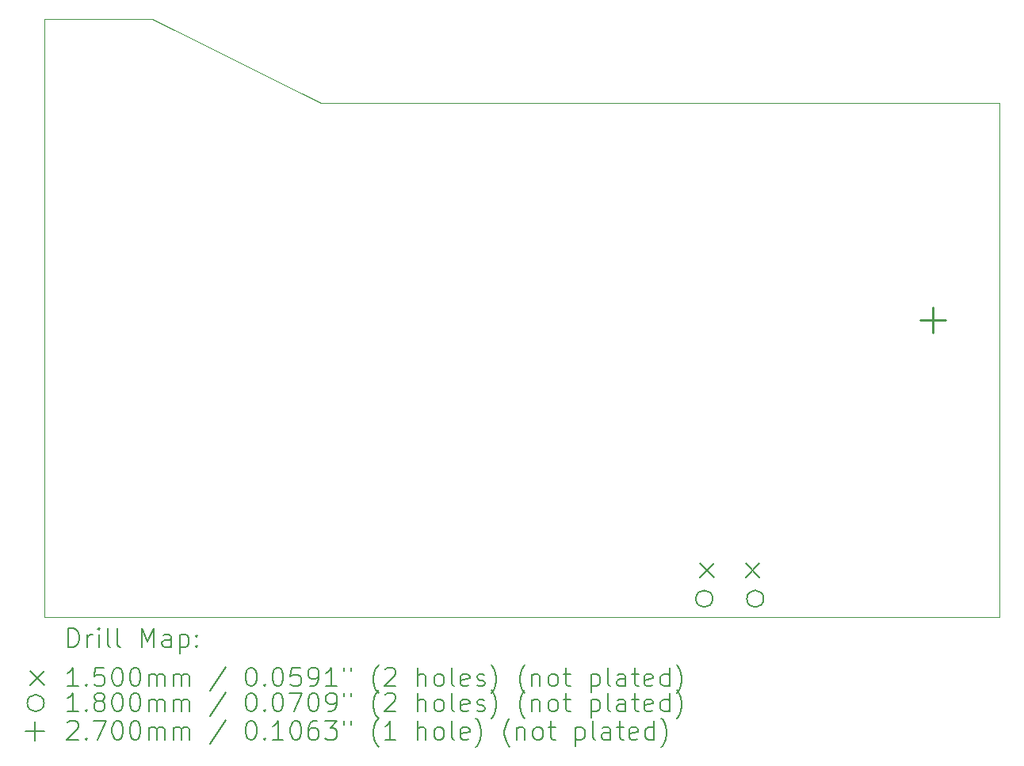
<source format=gbr>
%TF.GenerationSoftware,KiCad,Pcbnew,9.0.3*%
%TF.CreationDate,2025-07-22T08:59:43+01:00*%
%TF.ProjectId,megaflash,6d656761-666c-4617-9368-2e6b69636164,rev?*%
%TF.SameCoordinates,Original*%
%TF.FileFunction,Drillmap*%
%TF.FilePolarity,Positive*%
%FSLAX45Y45*%
G04 Gerber Fmt 4.5, Leading zero omitted, Abs format (unit mm)*
G04 Created by KiCad (PCBNEW 9.0.3) date 2025-07-22 08:59:43*
%MOMM*%
%LPD*%
G01*
G04 APERTURE LIST*
%ADD10C,0.100000*%
%ADD11C,0.200000*%
%ADD12C,0.150000*%
%ADD13C,0.180000*%
%ADD14C,0.270000*%
G04 APERTURE END LIST*
D10*
X6750000Y-11400000D02*
X16950000Y-11400000D01*
X9700000Y-5900000D02*
X7900000Y-5000000D01*
X6750000Y-5000000D02*
X7900000Y-5000000D01*
X16950000Y-5900000D02*
X9700000Y-5900000D01*
X6750000Y-5000000D02*
X6750000Y-11400000D01*
X16950000Y-11400000D02*
X16950000Y-5900000D01*
D11*
D12*
X13752500Y-10822000D02*
X13902500Y-10972000D01*
X13902500Y-10822000D02*
X13752500Y-10972000D01*
X14237500Y-10822000D02*
X14387500Y-10972000D01*
X14387500Y-10822000D02*
X14237500Y-10972000D01*
D13*
X13887500Y-11200000D02*
G75*
G02*
X13707500Y-11200000I-90000J0D01*
G01*
X13707500Y-11200000D02*
G75*
G02*
X13887500Y-11200000I90000J0D01*
G01*
X14432500Y-11200000D02*
G75*
G02*
X14252500Y-11200000I-90000J0D01*
G01*
X14252500Y-11200000D02*
G75*
G02*
X14432500Y-11200000I90000J0D01*
G01*
D14*
X16240000Y-8088250D02*
X16240000Y-8358250D01*
X16105000Y-8223250D02*
X16375000Y-8223250D01*
D11*
X7005777Y-11716484D02*
X7005777Y-11516484D01*
X7005777Y-11516484D02*
X7053396Y-11516484D01*
X7053396Y-11516484D02*
X7081967Y-11526008D01*
X7081967Y-11526008D02*
X7101015Y-11545055D01*
X7101015Y-11545055D02*
X7110539Y-11564103D01*
X7110539Y-11564103D02*
X7120062Y-11602198D01*
X7120062Y-11602198D02*
X7120062Y-11630769D01*
X7120062Y-11630769D02*
X7110539Y-11668865D01*
X7110539Y-11668865D02*
X7101015Y-11687912D01*
X7101015Y-11687912D02*
X7081967Y-11706960D01*
X7081967Y-11706960D02*
X7053396Y-11716484D01*
X7053396Y-11716484D02*
X7005777Y-11716484D01*
X7205777Y-11716484D02*
X7205777Y-11583150D01*
X7205777Y-11621246D02*
X7215301Y-11602198D01*
X7215301Y-11602198D02*
X7224824Y-11592674D01*
X7224824Y-11592674D02*
X7243872Y-11583150D01*
X7243872Y-11583150D02*
X7262920Y-11583150D01*
X7329586Y-11716484D02*
X7329586Y-11583150D01*
X7329586Y-11516484D02*
X7320062Y-11526008D01*
X7320062Y-11526008D02*
X7329586Y-11535531D01*
X7329586Y-11535531D02*
X7339110Y-11526008D01*
X7339110Y-11526008D02*
X7329586Y-11516484D01*
X7329586Y-11516484D02*
X7329586Y-11535531D01*
X7453396Y-11716484D02*
X7434348Y-11706960D01*
X7434348Y-11706960D02*
X7424824Y-11687912D01*
X7424824Y-11687912D02*
X7424824Y-11516484D01*
X7558158Y-11716484D02*
X7539110Y-11706960D01*
X7539110Y-11706960D02*
X7529586Y-11687912D01*
X7529586Y-11687912D02*
X7529586Y-11516484D01*
X7786729Y-11716484D02*
X7786729Y-11516484D01*
X7786729Y-11516484D02*
X7853396Y-11659341D01*
X7853396Y-11659341D02*
X7920062Y-11516484D01*
X7920062Y-11516484D02*
X7920062Y-11716484D01*
X8101015Y-11716484D02*
X8101015Y-11611722D01*
X8101015Y-11611722D02*
X8091491Y-11592674D01*
X8091491Y-11592674D02*
X8072443Y-11583150D01*
X8072443Y-11583150D02*
X8034348Y-11583150D01*
X8034348Y-11583150D02*
X8015301Y-11592674D01*
X8101015Y-11706960D02*
X8081967Y-11716484D01*
X8081967Y-11716484D02*
X8034348Y-11716484D01*
X8034348Y-11716484D02*
X8015301Y-11706960D01*
X8015301Y-11706960D02*
X8005777Y-11687912D01*
X8005777Y-11687912D02*
X8005777Y-11668865D01*
X8005777Y-11668865D02*
X8015301Y-11649817D01*
X8015301Y-11649817D02*
X8034348Y-11640293D01*
X8034348Y-11640293D02*
X8081967Y-11640293D01*
X8081967Y-11640293D02*
X8101015Y-11630769D01*
X8196253Y-11583150D02*
X8196253Y-11783150D01*
X8196253Y-11592674D02*
X8215301Y-11583150D01*
X8215301Y-11583150D02*
X8253396Y-11583150D01*
X8253396Y-11583150D02*
X8272443Y-11592674D01*
X8272443Y-11592674D02*
X8281967Y-11602198D01*
X8281967Y-11602198D02*
X8291491Y-11621246D01*
X8291491Y-11621246D02*
X8291491Y-11678388D01*
X8291491Y-11678388D02*
X8281967Y-11697436D01*
X8281967Y-11697436D02*
X8272443Y-11706960D01*
X8272443Y-11706960D02*
X8253396Y-11716484D01*
X8253396Y-11716484D02*
X8215301Y-11716484D01*
X8215301Y-11716484D02*
X8196253Y-11706960D01*
X8377205Y-11697436D02*
X8386729Y-11706960D01*
X8386729Y-11706960D02*
X8377205Y-11716484D01*
X8377205Y-11716484D02*
X8367682Y-11706960D01*
X8367682Y-11706960D02*
X8377205Y-11697436D01*
X8377205Y-11697436D02*
X8377205Y-11716484D01*
X8377205Y-11592674D02*
X8386729Y-11602198D01*
X8386729Y-11602198D02*
X8377205Y-11611722D01*
X8377205Y-11611722D02*
X8367682Y-11602198D01*
X8367682Y-11602198D02*
X8377205Y-11592674D01*
X8377205Y-11592674D02*
X8377205Y-11611722D01*
D12*
X6595000Y-11970000D02*
X6745000Y-12120000D01*
X6745000Y-11970000D02*
X6595000Y-12120000D01*
D11*
X7110539Y-12136484D02*
X6996253Y-12136484D01*
X7053396Y-12136484D02*
X7053396Y-11936484D01*
X7053396Y-11936484D02*
X7034348Y-11965055D01*
X7034348Y-11965055D02*
X7015301Y-11984103D01*
X7015301Y-11984103D02*
X6996253Y-11993627D01*
X7196253Y-12117436D02*
X7205777Y-12126960D01*
X7205777Y-12126960D02*
X7196253Y-12136484D01*
X7196253Y-12136484D02*
X7186729Y-12126960D01*
X7186729Y-12126960D02*
X7196253Y-12117436D01*
X7196253Y-12117436D02*
X7196253Y-12136484D01*
X7386729Y-11936484D02*
X7291491Y-11936484D01*
X7291491Y-11936484D02*
X7281967Y-12031722D01*
X7281967Y-12031722D02*
X7291491Y-12022198D01*
X7291491Y-12022198D02*
X7310539Y-12012674D01*
X7310539Y-12012674D02*
X7358158Y-12012674D01*
X7358158Y-12012674D02*
X7377205Y-12022198D01*
X7377205Y-12022198D02*
X7386729Y-12031722D01*
X7386729Y-12031722D02*
X7396253Y-12050769D01*
X7396253Y-12050769D02*
X7396253Y-12098388D01*
X7396253Y-12098388D02*
X7386729Y-12117436D01*
X7386729Y-12117436D02*
X7377205Y-12126960D01*
X7377205Y-12126960D02*
X7358158Y-12136484D01*
X7358158Y-12136484D02*
X7310539Y-12136484D01*
X7310539Y-12136484D02*
X7291491Y-12126960D01*
X7291491Y-12126960D02*
X7281967Y-12117436D01*
X7520062Y-11936484D02*
X7539110Y-11936484D01*
X7539110Y-11936484D02*
X7558158Y-11946008D01*
X7558158Y-11946008D02*
X7567682Y-11955531D01*
X7567682Y-11955531D02*
X7577205Y-11974579D01*
X7577205Y-11974579D02*
X7586729Y-12012674D01*
X7586729Y-12012674D02*
X7586729Y-12060293D01*
X7586729Y-12060293D02*
X7577205Y-12098388D01*
X7577205Y-12098388D02*
X7567682Y-12117436D01*
X7567682Y-12117436D02*
X7558158Y-12126960D01*
X7558158Y-12126960D02*
X7539110Y-12136484D01*
X7539110Y-12136484D02*
X7520062Y-12136484D01*
X7520062Y-12136484D02*
X7501015Y-12126960D01*
X7501015Y-12126960D02*
X7491491Y-12117436D01*
X7491491Y-12117436D02*
X7481967Y-12098388D01*
X7481967Y-12098388D02*
X7472443Y-12060293D01*
X7472443Y-12060293D02*
X7472443Y-12012674D01*
X7472443Y-12012674D02*
X7481967Y-11974579D01*
X7481967Y-11974579D02*
X7491491Y-11955531D01*
X7491491Y-11955531D02*
X7501015Y-11946008D01*
X7501015Y-11946008D02*
X7520062Y-11936484D01*
X7710539Y-11936484D02*
X7729586Y-11936484D01*
X7729586Y-11936484D02*
X7748634Y-11946008D01*
X7748634Y-11946008D02*
X7758158Y-11955531D01*
X7758158Y-11955531D02*
X7767682Y-11974579D01*
X7767682Y-11974579D02*
X7777205Y-12012674D01*
X7777205Y-12012674D02*
X7777205Y-12060293D01*
X7777205Y-12060293D02*
X7767682Y-12098388D01*
X7767682Y-12098388D02*
X7758158Y-12117436D01*
X7758158Y-12117436D02*
X7748634Y-12126960D01*
X7748634Y-12126960D02*
X7729586Y-12136484D01*
X7729586Y-12136484D02*
X7710539Y-12136484D01*
X7710539Y-12136484D02*
X7691491Y-12126960D01*
X7691491Y-12126960D02*
X7681967Y-12117436D01*
X7681967Y-12117436D02*
X7672443Y-12098388D01*
X7672443Y-12098388D02*
X7662920Y-12060293D01*
X7662920Y-12060293D02*
X7662920Y-12012674D01*
X7662920Y-12012674D02*
X7672443Y-11974579D01*
X7672443Y-11974579D02*
X7681967Y-11955531D01*
X7681967Y-11955531D02*
X7691491Y-11946008D01*
X7691491Y-11946008D02*
X7710539Y-11936484D01*
X7862920Y-12136484D02*
X7862920Y-12003150D01*
X7862920Y-12022198D02*
X7872443Y-12012674D01*
X7872443Y-12012674D02*
X7891491Y-12003150D01*
X7891491Y-12003150D02*
X7920063Y-12003150D01*
X7920063Y-12003150D02*
X7939110Y-12012674D01*
X7939110Y-12012674D02*
X7948634Y-12031722D01*
X7948634Y-12031722D02*
X7948634Y-12136484D01*
X7948634Y-12031722D02*
X7958158Y-12012674D01*
X7958158Y-12012674D02*
X7977205Y-12003150D01*
X7977205Y-12003150D02*
X8005777Y-12003150D01*
X8005777Y-12003150D02*
X8024824Y-12012674D01*
X8024824Y-12012674D02*
X8034348Y-12031722D01*
X8034348Y-12031722D02*
X8034348Y-12136484D01*
X8129586Y-12136484D02*
X8129586Y-12003150D01*
X8129586Y-12022198D02*
X8139110Y-12012674D01*
X8139110Y-12012674D02*
X8158158Y-12003150D01*
X8158158Y-12003150D02*
X8186729Y-12003150D01*
X8186729Y-12003150D02*
X8205777Y-12012674D01*
X8205777Y-12012674D02*
X8215301Y-12031722D01*
X8215301Y-12031722D02*
X8215301Y-12136484D01*
X8215301Y-12031722D02*
X8224824Y-12012674D01*
X8224824Y-12012674D02*
X8243872Y-12003150D01*
X8243872Y-12003150D02*
X8272443Y-12003150D01*
X8272443Y-12003150D02*
X8291491Y-12012674D01*
X8291491Y-12012674D02*
X8301015Y-12031722D01*
X8301015Y-12031722D02*
X8301015Y-12136484D01*
X8691491Y-11926960D02*
X8520063Y-12184103D01*
X8948634Y-11936484D02*
X8967682Y-11936484D01*
X8967682Y-11936484D02*
X8986729Y-11946008D01*
X8986729Y-11946008D02*
X8996253Y-11955531D01*
X8996253Y-11955531D02*
X9005777Y-11974579D01*
X9005777Y-11974579D02*
X9015301Y-12012674D01*
X9015301Y-12012674D02*
X9015301Y-12060293D01*
X9015301Y-12060293D02*
X9005777Y-12098388D01*
X9005777Y-12098388D02*
X8996253Y-12117436D01*
X8996253Y-12117436D02*
X8986729Y-12126960D01*
X8986729Y-12126960D02*
X8967682Y-12136484D01*
X8967682Y-12136484D02*
X8948634Y-12136484D01*
X8948634Y-12136484D02*
X8929587Y-12126960D01*
X8929587Y-12126960D02*
X8920063Y-12117436D01*
X8920063Y-12117436D02*
X8910539Y-12098388D01*
X8910539Y-12098388D02*
X8901015Y-12060293D01*
X8901015Y-12060293D02*
X8901015Y-12012674D01*
X8901015Y-12012674D02*
X8910539Y-11974579D01*
X8910539Y-11974579D02*
X8920063Y-11955531D01*
X8920063Y-11955531D02*
X8929587Y-11946008D01*
X8929587Y-11946008D02*
X8948634Y-11936484D01*
X9101015Y-12117436D02*
X9110539Y-12126960D01*
X9110539Y-12126960D02*
X9101015Y-12136484D01*
X9101015Y-12136484D02*
X9091491Y-12126960D01*
X9091491Y-12126960D02*
X9101015Y-12117436D01*
X9101015Y-12117436D02*
X9101015Y-12136484D01*
X9234348Y-11936484D02*
X9253396Y-11936484D01*
X9253396Y-11936484D02*
X9272444Y-11946008D01*
X9272444Y-11946008D02*
X9281968Y-11955531D01*
X9281968Y-11955531D02*
X9291491Y-11974579D01*
X9291491Y-11974579D02*
X9301015Y-12012674D01*
X9301015Y-12012674D02*
X9301015Y-12060293D01*
X9301015Y-12060293D02*
X9291491Y-12098388D01*
X9291491Y-12098388D02*
X9281968Y-12117436D01*
X9281968Y-12117436D02*
X9272444Y-12126960D01*
X9272444Y-12126960D02*
X9253396Y-12136484D01*
X9253396Y-12136484D02*
X9234348Y-12136484D01*
X9234348Y-12136484D02*
X9215301Y-12126960D01*
X9215301Y-12126960D02*
X9205777Y-12117436D01*
X9205777Y-12117436D02*
X9196253Y-12098388D01*
X9196253Y-12098388D02*
X9186729Y-12060293D01*
X9186729Y-12060293D02*
X9186729Y-12012674D01*
X9186729Y-12012674D02*
X9196253Y-11974579D01*
X9196253Y-11974579D02*
X9205777Y-11955531D01*
X9205777Y-11955531D02*
X9215301Y-11946008D01*
X9215301Y-11946008D02*
X9234348Y-11936484D01*
X9481968Y-11936484D02*
X9386729Y-11936484D01*
X9386729Y-11936484D02*
X9377206Y-12031722D01*
X9377206Y-12031722D02*
X9386729Y-12022198D01*
X9386729Y-12022198D02*
X9405777Y-12012674D01*
X9405777Y-12012674D02*
X9453396Y-12012674D01*
X9453396Y-12012674D02*
X9472444Y-12022198D01*
X9472444Y-12022198D02*
X9481968Y-12031722D01*
X9481968Y-12031722D02*
X9491491Y-12050769D01*
X9491491Y-12050769D02*
X9491491Y-12098388D01*
X9491491Y-12098388D02*
X9481968Y-12117436D01*
X9481968Y-12117436D02*
X9472444Y-12126960D01*
X9472444Y-12126960D02*
X9453396Y-12136484D01*
X9453396Y-12136484D02*
X9405777Y-12136484D01*
X9405777Y-12136484D02*
X9386729Y-12126960D01*
X9386729Y-12126960D02*
X9377206Y-12117436D01*
X9586729Y-12136484D02*
X9624825Y-12136484D01*
X9624825Y-12136484D02*
X9643872Y-12126960D01*
X9643872Y-12126960D02*
X9653396Y-12117436D01*
X9653396Y-12117436D02*
X9672444Y-12088865D01*
X9672444Y-12088865D02*
X9681968Y-12050769D01*
X9681968Y-12050769D02*
X9681968Y-11974579D01*
X9681968Y-11974579D02*
X9672444Y-11955531D01*
X9672444Y-11955531D02*
X9662920Y-11946008D01*
X9662920Y-11946008D02*
X9643872Y-11936484D01*
X9643872Y-11936484D02*
X9605777Y-11936484D01*
X9605777Y-11936484D02*
X9586729Y-11946008D01*
X9586729Y-11946008D02*
X9577206Y-11955531D01*
X9577206Y-11955531D02*
X9567682Y-11974579D01*
X9567682Y-11974579D02*
X9567682Y-12022198D01*
X9567682Y-12022198D02*
X9577206Y-12041246D01*
X9577206Y-12041246D02*
X9586729Y-12050769D01*
X9586729Y-12050769D02*
X9605777Y-12060293D01*
X9605777Y-12060293D02*
X9643872Y-12060293D01*
X9643872Y-12060293D02*
X9662920Y-12050769D01*
X9662920Y-12050769D02*
X9672444Y-12041246D01*
X9672444Y-12041246D02*
X9681968Y-12022198D01*
X9872444Y-12136484D02*
X9758158Y-12136484D01*
X9815301Y-12136484D02*
X9815301Y-11936484D01*
X9815301Y-11936484D02*
X9796253Y-11965055D01*
X9796253Y-11965055D02*
X9777206Y-11984103D01*
X9777206Y-11984103D02*
X9758158Y-11993627D01*
X9948634Y-11936484D02*
X9948634Y-11974579D01*
X10024825Y-11936484D02*
X10024825Y-11974579D01*
X10320063Y-12212674D02*
X10310539Y-12203150D01*
X10310539Y-12203150D02*
X10291491Y-12174579D01*
X10291491Y-12174579D02*
X10281968Y-12155531D01*
X10281968Y-12155531D02*
X10272444Y-12126960D01*
X10272444Y-12126960D02*
X10262920Y-12079341D01*
X10262920Y-12079341D02*
X10262920Y-12041246D01*
X10262920Y-12041246D02*
X10272444Y-11993627D01*
X10272444Y-11993627D02*
X10281968Y-11965055D01*
X10281968Y-11965055D02*
X10291491Y-11946008D01*
X10291491Y-11946008D02*
X10310539Y-11917436D01*
X10310539Y-11917436D02*
X10320063Y-11907912D01*
X10386730Y-11955531D02*
X10396253Y-11946008D01*
X10396253Y-11946008D02*
X10415301Y-11936484D01*
X10415301Y-11936484D02*
X10462920Y-11936484D01*
X10462920Y-11936484D02*
X10481968Y-11946008D01*
X10481968Y-11946008D02*
X10491491Y-11955531D01*
X10491491Y-11955531D02*
X10501015Y-11974579D01*
X10501015Y-11974579D02*
X10501015Y-11993627D01*
X10501015Y-11993627D02*
X10491491Y-12022198D01*
X10491491Y-12022198D02*
X10377206Y-12136484D01*
X10377206Y-12136484D02*
X10501015Y-12136484D01*
X10739111Y-12136484D02*
X10739111Y-11936484D01*
X10824825Y-12136484D02*
X10824825Y-12031722D01*
X10824825Y-12031722D02*
X10815301Y-12012674D01*
X10815301Y-12012674D02*
X10796253Y-12003150D01*
X10796253Y-12003150D02*
X10767682Y-12003150D01*
X10767682Y-12003150D02*
X10748634Y-12012674D01*
X10748634Y-12012674D02*
X10739111Y-12022198D01*
X10948634Y-12136484D02*
X10929587Y-12126960D01*
X10929587Y-12126960D02*
X10920063Y-12117436D01*
X10920063Y-12117436D02*
X10910539Y-12098388D01*
X10910539Y-12098388D02*
X10910539Y-12041246D01*
X10910539Y-12041246D02*
X10920063Y-12022198D01*
X10920063Y-12022198D02*
X10929587Y-12012674D01*
X10929587Y-12012674D02*
X10948634Y-12003150D01*
X10948634Y-12003150D02*
X10977206Y-12003150D01*
X10977206Y-12003150D02*
X10996253Y-12012674D01*
X10996253Y-12012674D02*
X11005777Y-12022198D01*
X11005777Y-12022198D02*
X11015301Y-12041246D01*
X11015301Y-12041246D02*
X11015301Y-12098388D01*
X11015301Y-12098388D02*
X11005777Y-12117436D01*
X11005777Y-12117436D02*
X10996253Y-12126960D01*
X10996253Y-12126960D02*
X10977206Y-12136484D01*
X10977206Y-12136484D02*
X10948634Y-12136484D01*
X11129587Y-12136484D02*
X11110539Y-12126960D01*
X11110539Y-12126960D02*
X11101015Y-12107912D01*
X11101015Y-12107912D02*
X11101015Y-11936484D01*
X11281968Y-12126960D02*
X11262920Y-12136484D01*
X11262920Y-12136484D02*
X11224825Y-12136484D01*
X11224825Y-12136484D02*
X11205777Y-12126960D01*
X11205777Y-12126960D02*
X11196253Y-12107912D01*
X11196253Y-12107912D02*
X11196253Y-12031722D01*
X11196253Y-12031722D02*
X11205777Y-12012674D01*
X11205777Y-12012674D02*
X11224825Y-12003150D01*
X11224825Y-12003150D02*
X11262920Y-12003150D01*
X11262920Y-12003150D02*
X11281968Y-12012674D01*
X11281968Y-12012674D02*
X11291491Y-12031722D01*
X11291491Y-12031722D02*
X11291491Y-12050769D01*
X11291491Y-12050769D02*
X11196253Y-12069817D01*
X11367682Y-12126960D02*
X11386730Y-12136484D01*
X11386730Y-12136484D02*
X11424825Y-12136484D01*
X11424825Y-12136484D02*
X11443872Y-12126960D01*
X11443872Y-12126960D02*
X11453396Y-12107912D01*
X11453396Y-12107912D02*
X11453396Y-12098388D01*
X11453396Y-12098388D02*
X11443872Y-12079341D01*
X11443872Y-12079341D02*
X11424825Y-12069817D01*
X11424825Y-12069817D02*
X11396253Y-12069817D01*
X11396253Y-12069817D02*
X11377206Y-12060293D01*
X11377206Y-12060293D02*
X11367682Y-12041246D01*
X11367682Y-12041246D02*
X11367682Y-12031722D01*
X11367682Y-12031722D02*
X11377206Y-12012674D01*
X11377206Y-12012674D02*
X11396253Y-12003150D01*
X11396253Y-12003150D02*
X11424825Y-12003150D01*
X11424825Y-12003150D02*
X11443872Y-12012674D01*
X11520063Y-12212674D02*
X11529587Y-12203150D01*
X11529587Y-12203150D02*
X11548634Y-12174579D01*
X11548634Y-12174579D02*
X11558158Y-12155531D01*
X11558158Y-12155531D02*
X11567682Y-12126960D01*
X11567682Y-12126960D02*
X11577206Y-12079341D01*
X11577206Y-12079341D02*
X11577206Y-12041246D01*
X11577206Y-12041246D02*
X11567682Y-11993627D01*
X11567682Y-11993627D02*
X11558158Y-11965055D01*
X11558158Y-11965055D02*
X11548634Y-11946008D01*
X11548634Y-11946008D02*
X11529587Y-11917436D01*
X11529587Y-11917436D02*
X11520063Y-11907912D01*
X11881968Y-12212674D02*
X11872444Y-12203150D01*
X11872444Y-12203150D02*
X11853396Y-12174579D01*
X11853396Y-12174579D02*
X11843872Y-12155531D01*
X11843872Y-12155531D02*
X11834349Y-12126960D01*
X11834349Y-12126960D02*
X11824825Y-12079341D01*
X11824825Y-12079341D02*
X11824825Y-12041246D01*
X11824825Y-12041246D02*
X11834349Y-11993627D01*
X11834349Y-11993627D02*
X11843872Y-11965055D01*
X11843872Y-11965055D02*
X11853396Y-11946008D01*
X11853396Y-11946008D02*
X11872444Y-11917436D01*
X11872444Y-11917436D02*
X11881968Y-11907912D01*
X11958158Y-12003150D02*
X11958158Y-12136484D01*
X11958158Y-12022198D02*
X11967682Y-12012674D01*
X11967682Y-12012674D02*
X11986730Y-12003150D01*
X11986730Y-12003150D02*
X12015301Y-12003150D01*
X12015301Y-12003150D02*
X12034349Y-12012674D01*
X12034349Y-12012674D02*
X12043872Y-12031722D01*
X12043872Y-12031722D02*
X12043872Y-12136484D01*
X12167682Y-12136484D02*
X12148634Y-12126960D01*
X12148634Y-12126960D02*
X12139111Y-12117436D01*
X12139111Y-12117436D02*
X12129587Y-12098388D01*
X12129587Y-12098388D02*
X12129587Y-12041246D01*
X12129587Y-12041246D02*
X12139111Y-12022198D01*
X12139111Y-12022198D02*
X12148634Y-12012674D01*
X12148634Y-12012674D02*
X12167682Y-12003150D01*
X12167682Y-12003150D02*
X12196253Y-12003150D01*
X12196253Y-12003150D02*
X12215301Y-12012674D01*
X12215301Y-12012674D02*
X12224825Y-12022198D01*
X12224825Y-12022198D02*
X12234349Y-12041246D01*
X12234349Y-12041246D02*
X12234349Y-12098388D01*
X12234349Y-12098388D02*
X12224825Y-12117436D01*
X12224825Y-12117436D02*
X12215301Y-12126960D01*
X12215301Y-12126960D02*
X12196253Y-12136484D01*
X12196253Y-12136484D02*
X12167682Y-12136484D01*
X12291492Y-12003150D02*
X12367682Y-12003150D01*
X12320063Y-11936484D02*
X12320063Y-12107912D01*
X12320063Y-12107912D02*
X12329587Y-12126960D01*
X12329587Y-12126960D02*
X12348634Y-12136484D01*
X12348634Y-12136484D02*
X12367682Y-12136484D01*
X12586730Y-12003150D02*
X12586730Y-12203150D01*
X12586730Y-12012674D02*
X12605777Y-12003150D01*
X12605777Y-12003150D02*
X12643873Y-12003150D01*
X12643873Y-12003150D02*
X12662920Y-12012674D01*
X12662920Y-12012674D02*
X12672444Y-12022198D01*
X12672444Y-12022198D02*
X12681968Y-12041246D01*
X12681968Y-12041246D02*
X12681968Y-12098388D01*
X12681968Y-12098388D02*
X12672444Y-12117436D01*
X12672444Y-12117436D02*
X12662920Y-12126960D01*
X12662920Y-12126960D02*
X12643873Y-12136484D01*
X12643873Y-12136484D02*
X12605777Y-12136484D01*
X12605777Y-12136484D02*
X12586730Y-12126960D01*
X12796253Y-12136484D02*
X12777206Y-12126960D01*
X12777206Y-12126960D02*
X12767682Y-12107912D01*
X12767682Y-12107912D02*
X12767682Y-11936484D01*
X12958158Y-12136484D02*
X12958158Y-12031722D01*
X12958158Y-12031722D02*
X12948634Y-12012674D01*
X12948634Y-12012674D02*
X12929587Y-12003150D01*
X12929587Y-12003150D02*
X12891492Y-12003150D01*
X12891492Y-12003150D02*
X12872444Y-12012674D01*
X12958158Y-12126960D02*
X12939111Y-12136484D01*
X12939111Y-12136484D02*
X12891492Y-12136484D01*
X12891492Y-12136484D02*
X12872444Y-12126960D01*
X12872444Y-12126960D02*
X12862920Y-12107912D01*
X12862920Y-12107912D02*
X12862920Y-12088865D01*
X12862920Y-12088865D02*
X12872444Y-12069817D01*
X12872444Y-12069817D02*
X12891492Y-12060293D01*
X12891492Y-12060293D02*
X12939111Y-12060293D01*
X12939111Y-12060293D02*
X12958158Y-12050769D01*
X13024825Y-12003150D02*
X13101015Y-12003150D01*
X13053396Y-11936484D02*
X13053396Y-12107912D01*
X13053396Y-12107912D02*
X13062920Y-12126960D01*
X13062920Y-12126960D02*
X13081968Y-12136484D01*
X13081968Y-12136484D02*
X13101015Y-12136484D01*
X13243873Y-12126960D02*
X13224825Y-12136484D01*
X13224825Y-12136484D02*
X13186730Y-12136484D01*
X13186730Y-12136484D02*
X13167682Y-12126960D01*
X13167682Y-12126960D02*
X13158158Y-12107912D01*
X13158158Y-12107912D02*
X13158158Y-12031722D01*
X13158158Y-12031722D02*
X13167682Y-12012674D01*
X13167682Y-12012674D02*
X13186730Y-12003150D01*
X13186730Y-12003150D02*
X13224825Y-12003150D01*
X13224825Y-12003150D02*
X13243873Y-12012674D01*
X13243873Y-12012674D02*
X13253396Y-12031722D01*
X13253396Y-12031722D02*
X13253396Y-12050769D01*
X13253396Y-12050769D02*
X13158158Y-12069817D01*
X13424825Y-12136484D02*
X13424825Y-11936484D01*
X13424825Y-12126960D02*
X13405777Y-12136484D01*
X13405777Y-12136484D02*
X13367682Y-12136484D01*
X13367682Y-12136484D02*
X13348634Y-12126960D01*
X13348634Y-12126960D02*
X13339111Y-12117436D01*
X13339111Y-12117436D02*
X13329587Y-12098388D01*
X13329587Y-12098388D02*
X13329587Y-12041246D01*
X13329587Y-12041246D02*
X13339111Y-12022198D01*
X13339111Y-12022198D02*
X13348634Y-12012674D01*
X13348634Y-12012674D02*
X13367682Y-12003150D01*
X13367682Y-12003150D02*
X13405777Y-12003150D01*
X13405777Y-12003150D02*
X13424825Y-12012674D01*
X13501015Y-12212674D02*
X13510539Y-12203150D01*
X13510539Y-12203150D02*
X13529587Y-12174579D01*
X13529587Y-12174579D02*
X13539111Y-12155531D01*
X13539111Y-12155531D02*
X13548634Y-12126960D01*
X13548634Y-12126960D02*
X13558158Y-12079341D01*
X13558158Y-12079341D02*
X13558158Y-12041246D01*
X13558158Y-12041246D02*
X13548634Y-11993627D01*
X13548634Y-11993627D02*
X13539111Y-11965055D01*
X13539111Y-11965055D02*
X13529587Y-11946008D01*
X13529587Y-11946008D02*
X13510539Y-11917436D01*
X13510539Y-11917436D02*
X13501015Y-11907912D01*
D13*
X6745000Y-12315000D02*
G75*
G02*
X6565000Y-12315000I-90000J0D01*
G01*
X6565000Y-12315000D02*
G75*
G02*
X6745000Y-12315000I90000J0D01*
G01*
D11*
X7110539Y-12406484D02*
X6996253Y-12406484D01*
X7053396Y-12406484D02*
X7053396Y-12206484D01*
X7053396Y-12206484D02*
X7034348Y-12235055D01*
X7034348Y-12235055D02*
X7015301Y-12254103D01*
X7015301Y-12254103D02*
X6996253Y-12263627D01*
X7196253Y-12387436D02*
X7205777Y-12396960D01*
X7205777Y-12396960D02*
X7196253Y-12406484D01*
X7196253Y-12406484D02*
X7186729Y-12396960D01*
X7186729Y-12396960D02*
X7196253Y-12387436D01*
X7196253Y-12387436D02*
X7196253Y-12406484D01*
X7320062Y-12292198D02*
X7301015Y-12282674D01*
X7301015Y-12282674D02*
X7291491Y-12273150D01*
X7291491Y-12273150D02*
X7281967Y-12254103D01*
X7281967Y-12254103D02*
X7281967Y-12244579D01*
X7281967Y-12244579D02*
X7291491Y-12225531D01*
X7291491Y-12225531D02*
X7301015Y-12216008D01*
X7301015Y-12216008D02*
X7320062Y-12206484D01*
X7320062Y-12206484D02*
X7358158Y-12206484D01*
X7358158Y-12206484D02*
X7377205Y-12216008D01*
X7377205Y-12216008D02*
X7386729Y-12225531D01*
X7386729Y-12225531D02*
X7396253Y-12244579D01*
X7396253Y-12244579D02*
X7396253Y-12254103D01*
X7396253Y-12254103D02*
X7386729Y-12273150D01*
X7386729Y-12273150D02*
X7377205Y-12282674D01*
X7377205Y-12282674D02*
X7358158Y-12292198D01*
X7358158Y-12292198D02*
X7320062Y-12292198D01*
X7320062Y-12292198D02*
X7301015Y-12301722D01*
X7301015Y-12301722D02*
X7291491Y-12311246D01*
X7291491Y-12311246D02*
X7281967Y-12330293D01*
X7281967Y-12330293D02*
X7281967Y-12368388D01*
X7281967Y-12368388D02*
X7291491Y-12387436D01*
X7291491Y-12387436D02*
X7301015Y-12396960D01*
X7301015Y-12396960D02*
X7320062Y-12406484D01*
X7320062Y-12406484D02*
X7358158Y-12406484D01*
X7358158Y-12406484D02*
X7377205Y-12396960D01*
X7377205Y-12396960D02*
X7386729Y-12387436D01*
X7386729Y-12387436D02*
X7396253Y-12368388D01*
X7396253Y-12368388D02*
X7396253Y-12330293D01*
X7396253Y-12330293D02*
X7386729Y-12311246D01*
X7386729Y-12311246D02*
X7377205Y-12301722D01*
X7377205Y-12301722D02*
X7358158Y-12292198D01*
X7520062Y-12206484D02*
X7539110Y-12206484D01*
X7539110Y-12206484D02*
X7558158Y-12216008D01*
X7558158Y-12216008D02*
X7567682Y-12225531D01*
X7567682Y-12225531D02*
X7577205Y-12244579D01*
X7577205Y-12244579D02*
X7586729Y-12282674D01*
X7586729Y-12282674D02*
X7586729Y-12330293D01*
X7586729Y-12330293D02*
X7577205Y-12368388D01*
X7577205Y-12368388D02*
X7567682Y-12387436D01*
X7567682Y-12387436D02*
X7558158Y-12396960D01*
X7558158Y-12396960D02*
X7539110Y-12406484D01*
X7539110Y-12406484D02*
X7520062Y-12406484D01*
X7520062Y-12406484D02*
X7501015Y-12396960D01*
X7501015Y-12396960D02*
X7491491Y-12387436D01*
X7491491Y-12387436D02*
X7481967Y-12368388D01*
X7481967Y-12368388D02*
X7472443Y-12330293D01*
X7472443Y-12330293D02*
X7472443Y-12282674D01*
X7472443Y-12282674D02*
X7481967Y-12244579D01*
X7481967Y-12244579D02*
X7491491Y-12225531D01*
X7491491Y-12225531D02*
X7501015Y-12216008D01*
X7501015Y-12216008D02*
X7520062Y-12206484D01*
X7710539Y-12206484D02*
X7729586Y-12206484D01*
X7729586Y-12206484D02*
X7748634Y-12216008D01*
X7748634Y-12216008D02*
X7758158Y-12225531D01*
X7758158Y-12225531D02*
X7767682Y-12244579D01*
X7767682Y-12244579D02*
X7777205Y-12282674D01*
X7777205Y-12282674D02*
X7777205Y-12330293D01*
X7777205Y-12330293D02*
X7767682Y-12368388D01*
X7767682Y-12368388D02*
X7758158Y-12387436D01*
X7758158Y-12387436D02*
X7748634Y-12396960D01*
X7748634Y-12396960D02*
X7729586Y-12406484D01*
X7729586Y-12406484D02*
X7710539Y-12406484D01*
X7710539Y-12406484D02*
X7691491Y-12396960D01*
X7691491Y-12396960D02*
X7681967Y-12387436D01*
X7681967Y-12387436D02*
X7672443Y-12368388D01*
X7672443Y-12368388D02*
X7662920Y-12330293D01*
X7662920Y-12330293D02*
X7662920Y-12282674D01*
X7662920Y-12282674D02*
X7672443Y-12244579D01*
X7672443Y-12244579D02*
X7681967Y-12225531D01*
X7681967Y-12225531D02*
X7691491Y-12216008D01*
X7691491Y-12216008D02*
X7710539Y-12206484D01*
X7862920Y-12406484D02*
X7862920Y-12273150D01*
X7862920Y-12292198D02*
X7872443Y-12282674D01*
X7872443Y-12282674D02*
X7891491Y-12273150D01*
X7891491Y-12273150D02*
X7920063Y-12273150D01*
X7920063Y-12273150D02*
X7939110Y-12282674D01*
X7939110Y-12282674D02*
X7948634Y-12301722D01*
X7948634Y-12301722D02*
X7948634Y-12406484D01*
X7948634Y-12301722D02*
X7958158Y-12282674D01*
X7958158Y-12282674D02*
X7977205Y-12273150D01*
X7977205Y-12273150D02*
X8005777Y-12273150D01*
X8005777Y-12273150D02*
X8024824Y-12282674D01*
X8024824Y-12282674D02*
X8034348Y-12301722D01*
X8034348Y-12301722D02*
X8034348Y-12406484D01*
X8129586Y-12406484D02*
X8129586Y-12273150D01*
X8129586Y-12292198D02*
X8139110Y-12282674D01*
X8139110Y-12282674D02*
X8158158Y-12273150D01*
X8158158Y-12273150D02*
X8186729Y-12273150D01*
X8186729Y-12273150D02*
X8205777Y-12282674D01*
X8205777Y-12282674D02*
X8215301Y-12301722D01*
X8215301Y-12301722D02*
X8215301Y-12406484D01*
X8215301Y-12301722D02*
X8224824Y-12282674D01*
X8224824Y-12282674D02*
X8243872Y-12273150D01*
X8243872Y-12273150D02*
X8272443Y-12273150D01*
X8272443Y-12273150D02*
X8291491Y-12282674D01*
X8291491Y-12282674D02*
X8301015Y-12301722D01*
X8301015Y-12301722D02*
X8301015Y-12406484D01*
X8691491Y-12196960D02*
X8520063Y-12454103D01*
X8948634Y-12206484D02*
X8967682Y-12206484D01*
X8967682Y-12206484D02*
X8986729Y-12216008D01*
X8986729Y-12216008D02*
X8996253Y-12225531D01*
X8996253Y-12225531D02*
X9005777Y-12244579D01*
X9005777Y-12244579D02*
X9015301Y-12282674D01*
X9015301Y-12282674D02*
X9015301Y-12330293D01*
X9015301Y-12330293D02*
X9005777Y-12368388D01*
X9005777Y-12368388D02*
X8996253Y-12387436D01*
X8996253Y-12387436D02*
X8986729Y-12396960D01*
X8986729Y-12396960D02*
X8967682Y-12406484D01*
X8967682Y-12406484D02*
X8948634Y-12406484D01*
X8948634Y-12406484D02*
X8929587Y-12396960D01*
X8929587Y-12396960D02*
X8920063Y-12387436D01*
X8920063Y-12387436D02*
X8910539Y-12368388D01*
X8910539Y-12368388D02*
X8901015Y-12330293D01*
X8901015Y-12330293D02*
X8901015Y-12282674D01*
X8901015Y-12282674D02*
X8910539Y-12244579D01*
X8910539Y-12244579D02*
X8920063Y-12225531D01*
X8920063Y-12225531D02*
X8929587Y-12216008D01*
X8929587Y-12216008D02*
X8948634Y-12206484D01*
X9101015Y-12387436D02*
X9110539Y-12396960D01*
X9110539Y-12396960D02*
X9101015Y-12406484D01*
X9101015Y-12406484D02*
X9091491Y-12396960D01*
X9091491Y-12396960D02*
X9101015Y-12387436D01*
X9101015Y-12387436D02*
X9101015Y-12406484D01*
X9234348Y-12206484D02*
X9253396Y-12206484D01*
X9253396Y-12206484D02*
X9272444Y-12216008D01*
X9272444Y-12216008D02*
X9281968Y-12225531D01*
X9281968Y-12225531D02*
X9291491Y-12244579D01*
X9291491Y-12244579D02*
X9301015Y-12282674D01*
X9301015Y-12282674D02*
X9301015Y-12330293D01*
X9301015Y-12330293D02*
X9291491Y-12368388D01*
X9291491Y-12368388D02*
X9281968Y-12387436D01*
X9281968Y-12387436D02*
X9272444Y-12396960D01*
X9272444Y-12396960D02*
X9253396Y-12406484D01*
X9253396Y-12406484D02*
X9234348Y-12406484D01*
X9234348Y-12406484D02*
X9215301Y-12396960D01*
X9215301Y-12396960D02*
X9205777Y-12387436D01*
X9205777Y-12387436D02*
X9196253Y-12368388D01*
X9196253Y-12368388D02*
X9186729Y-12330293D01*
X9186729Y-12330293D02*
X9186729Y-12282674D01*
X9186729Y-12282674D02*
X9196253Y-12244579D01*
X9196253Y-12244579D02*
X9205777Y-12225531D01*
X9205777Y-12225531D02*
X9215301Y-12216008D01*
X9215301Y-12216008D02*
X9234348Y-12206484D01*
X9367682Y-12206484D02*
X9501015Y-12206484D01*
X9501015Y-12206484D02*
X9415301Y-12406484D01*
X9615301Y-12206484D02*
X9634349Y-12206484D01*
X9634349Y-12206484D02*
X9653396Y-12216008D01*
X9653396Y-12216008D02*
X9662920Y-12225531D01*
X9662920Y-12225531D02*
X9672444Y-12244579D01*
X9672444Y-12244579D02*
X9681968Y-12282674D01*
X9681968Y-12282674D02*
X9681968Y-12330293D01*
X9681968Y-12330293D02*
X9672444Y-12368388D01*
X9672444Y-12368388D02*
X9662920Y-12387436D01*
X9662920Y-12387436D02*
X9653396Y-12396960D01*
X9653396Y-12396960D02*
X9634349Y-12406484D01*
X9634349Y-12406484D02*
X9615301Y-12406484D01*
X9615301Y-12406484D02*
X9596253Y-12396960D01*
X9596253Y-12396960D02*
X9586729Y-12387436D01*
X9586729Y-12387436D02*
X9577206Y-12368388D01*
X9577206Y-12368388D02*
X9567682Y-12330293D01*
X9567682Y-12330293D02*
X9567682Y-12282674D01*
X9567682Y-12282674D02*
X9577206Y-12244579D01*
X9577206Y-12244579D02*
X9586729Y-12225531D01*
X9586729Y-12225531D02*
X9596253Y-12216008D01*
X9596253Y-12216008D02*
X9615301Y-12206484D01*
X9777206Y-12406484D02*
X9815301Y-12406484D01*
X9815301Y-12406484D02*
X9834349Y-12396960D01*
X9834349Y-12396960D02*
X9843872Y-12387436D01*
X9843872Y-12387436D02*
X9862920Y-12358865D01*
X9862920Y-12358865D02*
X9872444Y-12320769D01*
X9872444Y-12320769D02*
X9872444Y-12244579D01*
X9872444Y-12244579D02*
X9862920Y-12225531D01*
X9862920Y-12225531D02*
X9853396Y-12216008D01*
X9853396Y-12216008D02*
X9834349Y-12206484D01*
X9834349Y-12206484D02*
X9796253Y-12206484D01*
X9796253Y-12206484D02*
X9777206Y-12216008D01*
X9777206Y-12216008D02*
X9767682Y-12225531D01*
X9767682Y-12225531D02*
X9758158Y-12244579D01*
X9758158Y-12244579D02*
X9758158Y-12292198D01*
X9758158Y-12292198D02*
X9767682Y-12311246D01*
X9767682Y-12311246D02*
X9777206Y-12320769D01*
X9777206Y-12320769D02*
X9796253Y-12330293D01*
X9796253Y-12330293D02*
X9834349Y-12330293D01*
X9834349Y-12330293D02*
X9853396Y-12320769D01*
X9853396Y-12320769D02*
X9862920Y-12311246D01*
X9862920Y-12311246D02*
X9872444Y-12292198D01*
X9948634Y-12206484D02*
X9948634Y-12244579D01*
X10024825Y-12206484D02*
X10024825Y-12244579D01*
X10320063Y-12482674D02*
X10310539Y-12473150D01*
X10310539Y-12473150D02*
X10291491Y-12444579D01*
X10291491Y-12444579D02*
X10281968Y-12425531D01*
X10281968Y-12425531D02*
X10272444Y-12396960D01*
X10272444Y-12396960D02*
X10262920Y-12349341D01*
X10262920Y-12349341D02*
X10262920Y-12311246D01*
X10262920Y-12311246D02*
X10272444Y-12263627D01*
X10272444Y-12263627D02*
X10281968Y-12235055D01*
X10281968Y-12235055D02*
X10291491Y-12216008D01*
X10291491Y-12216008D02*
X10310539Y-12187436D01*
X10310539Y-12187436D02*
X10320063Y-12177912D01*
X10386730Y-12225531D02*
X10396253Y-12216008D01*
X10396253Y-12216008D02*
X10415301Y-12206484D01*
X10415301Y-12206484D02*
X10462920Y-12206484D01*
X10462920Y-12206484D02*
X10481968Y-12216008D01*
X10481968Y-12216008D02*
X10491491Y-12225531D01*
X10491491Y-12225531D02*
X10501015Y-12244579D01*
X10501015Y-12244579D02*
X10501015Y-12263627D01*
X10501015Y-12263627D02*
X10491491Y-12292198D01*
X10491491Y-12292198D02*
X10377206Y-12406484D01*
X10377206Y-12406484D02*
X10501015Y-12406484D01*
X10739111Y-12406484D02*
X10739111Y-12206484D01*
X10824825Y-12406484D02*
X10824825Y-12301722D01*
X10824825Y-12301722D02*
X10815301Y-12282674D01*
X10815301Y-12282674D02*
X10796253Y-12273150D01*
X10796253Y-12273150D02*
X10767682Y-12273150D01*
X10767682Y-12273150D02*
X10748634Y-12282674D01*
X10748634Y-12282674D02*
X10739111Y-12292198D01*
X10948634Y-12406484D02*
X10929587Y-12396960D01*
X10929587Y-12396960D02*
X10920063Y-12387436D01*
X10920063Y-12387436D02*
X10910539Y-12368388D01*
X10910539Y-12368388D02*
X10910539Y-12311246D01*
X10910539Y-12311246D02*
X10920063Y-12292198D01*
X10920063Y-12292198D02*
X10929587Y-12282674D01*
X10929587Y-12282674D02*
X10948634Y-12273150D01*
X10948634Y-12273150D02*
X10977206Y-12273150D01*
X10977206Y-12273150D02*
X10996253Y-12282674D01*
X10996253Y-12282674D02*
X11005777Y-12292198D01*
X11005777Y-12292198D02*
X11015301Y-12311246D01*
X11015301Y-12311246D02*
X11015301Y-12368388D01*
X11015301Y-12368388D02*
X11005777Y-12387436D01*
X11005777Y-12387436D02*
X10996253Y-12396960D01*
X10996253Y-12396960D02*
X10977206Y-12406484D01*
X10977206Y-12406484D02*
X10948634Y-12406484D01*
X11129587Y-12406484D02*
X11110539Y-12396960D01*
X11110539Y-12396960D02*
X11101015Y-12377912D01*
X11101015Y-12377912D02*
X11101015Y-12206484D01*
X11281968Y-12396960D02*
X11262920Y-12406484D01*
X11262920Y-12406484D02*
X11224825Y-12406484D01*
X11224825Y-12406484D02*
X11205777Y-12396960D01*
X11205777Y-12396960D02*
X11196253Y-12377912D01*
X11196253Y-12377912D02*
X11196253Y-12301722D01*
X11196253Y-12301722D02*
X11205777Y-12282674D01*
X11205777Y-12282674D02*
X11224825Y-12273150D01*
X11224825Y-12273150D02*
X11262920Y-12273150D01*
X11262920Y-12273150D02*
X11281968Y-12282674D01*
X11281968Y-12282674D02*
X11291491Y-12301722D01*
X11291491Y-12301722D02*
X11291491Y-12320769D01*
X11291491Y-12320769D02*
X11196253Y-12339817D01*
X11367682Y-12396960D02*
X11386730Y-12406484D01*
X11386730Y-12406484D02*
X11424825Y-12406484D01*
X11424825Y-12406484D02*
X11443872Y-12396960D01*
X11443872Y-12396960D02*
X11453396Y-12377912D01*
X11453396Y-12377912D02*
X11453396Y-12368388D01*
X11453396Y-12368388D02*
X11443872Y-12349341D01*
X11443872Y-12349341D02*
X11424825Y-12339817D01*
X11424825Y-12339817D02*
X11396253Y-12339817D01*
X11396253Y-12339817D02*
X11377206Y-12330293D01*
X11377206Y-12330293D02*
X11367682Y-12311246D01*
X11367682Y-12311246D02*
X11367682Y-12301722D01*
X11367682Y-12301722D02*
X11377206Y-12282674D01*
X11377206Y-12282674D02*
X11396253Y-12273150D01*
X11396253Y-12273150D02*
X11424825Y-12273150D01*
X11424825Y-12273150D02*
X11443872Y-12282674D01*
X11520063Y-12482674D02*
X11529587Y-12473150D01*
X11529587Y-12473150D02*
X11548634Y-12444579D01*
X11548634Y-12444579D02*
X11558158Y-12425531D01*
X11558158Y-12425531D02*
X11567682Y-12396960D01*
X11567682Y-12396960D02*
X11577206Y-12349341D01*
X11577206Y-12349341D02*
X11577206Y-12311246D01*
X11577206Y-12311246D02*
X11567682Y-12263627D01*
X11567682Y-12263627D02*
X11558158Y-12235055D01*
X11558158Y-12235055D02*
X11548634Y-12216008D01*
X11548634Y-12216008D02*
X11529587Y-12187436D01*
X11529587Y-12187436D02*
X11520063Y-12177912D01*
X11881968Y-12482674D02*
X11872444Y-12473150D01*
X11872444Y-12473150D02*
X11853396Y-12444579D01*
X11853396Y-12444579D02*
X11843872Y-12425531D01*
X11843872Y-12425531D02*
X11834349Y-12396960D01*
X11834349Y-12396960D02*
X11824825Y-12349341D01*
X11824825Y-12349341D02*
X11824825Y-12311246D01*
X11824825Y-12311246D02*
X11834349Y-12263627D01*
X11834349Y-12263627D02*
X11843872Y-12235055D01*
X11843872Y-12235055D02*
X11853396Y-12216008D01*
X11853396Y-12216008D02*
X11872444Y-12187436D01*
X11872444Y-12187436D02*
X11881968Y-12177912D01*
X11958158Y-12273150D02*
X11958158Y-12406484D01*
X11958158Y-12292198D02*
X11967682Y-12282674D01*
X11967682Y-12282674D02*
X11986730Y-12273150D01*
X11986730Y-12273150D02*
X12015301Y-12273150D01*
X12015301Y-12273150D02*
X12034349Y-12282674D01*
X12034349Y-12282674D02*
X12043872Y-12301722D01*
X12043872Y-12301722D02*
X12043872Y-12406484D01*
X12167682Y-12406484D02*
X12148634Y-12396960D01*
X12148634Y-12396960D02*
X12139111Y-12387436D01*
X12139111Y-12387436D02*
X12129587Y-12368388D01*
X12129587Y-12368388D02*
X12129587Y-12311246D01*
X12129587Y-12311246D02*
X12139111Y-12292198D01*
X12139111Y-12292198D02*
X12148634Y-12282674D01*
X12148634Y-12282674D02*
X12167682Y-12273150D01*
X12167682Y-12273150D02*
X12196253Y-12273150D01*
X12196253Y-12273150D02*
X12215301Y-12282674D01*
X12215301Y-12282674D02*
X12224825Y-12292198D01*
X12224825Y-12292198D02*
X12234349Y-12311246D01*
X12234349Y-12311246D02*
X12234349Y-12368388D01*
X12234349Y-12368388D02*
X12224825Y-12387436D01*
X12224825Y-12387436D02*
X12215301Y-12396960D01*
X12215301Y-12396960D02*
X12196253Y-12406484D01*
X12196253Y-12406484D02*
X12167682Y-12406484D01*
X12291492Y-12273150D02*
X12367682Y-12273150D01*
X12320063Y-12206484D02*
X12320063Y-12377912D01*
X12320063Y-12377912D02*
X12329587Y-12396960D01*
X12329587Y-12396960D02*
X12348634Y-12406484D01*
X12348634Y-12406484D02*
X12367682Y-12406484D01*
X12586730Y-12273150D02*
X12586730Y-12473150D01*
X12586730Y-12282674D02*
X12605777Y-12273150D01*
X12605777Y-12273150D02*
X12643873Y-12273150D01*
X12643873Y-12273150D02*
X12662920Y-12282674D01*
X12662920Y-12282674D02*
X12672444Y-12292198D01*
X12672444Y-12292198D02*
X12681968Y-12311246D01*
X12681968Y-12311246D02*
X12681968Y-12368388D01*
X12681968Y-12368388D02*
X12672444Y-12387436D01*
X12672444Y-12387436D02*
X12662920Y-12396960D01*
X12662920Y-12396960D02*
X12643873Y-12406484D01*
X12643873Y-12406484D02*
X12605777Y-12406484D01*
X12605777Y-12406484D02*
X12586730Y-12396960D01*
X12796253Y-12406484D02*
X12777206Y-12396960D01*
X12777206Y-12396960D02*
X12767682Y-12377912D01*
X12767682Y-12377912D02*
X12767682Y-12206484D01*
X12958158Y-12406484D02*
X12958158Y-12301722D01*
X12958158Y-12301722D02*
X12948634Y-12282674D01*
X12948634Y-12282674D02*
X12929587Y-12273150D01*
X12929587Y-12273150D02*
X12891492Y-12273150D01*
X12891492Y-12273150D02*
X12872444Y-12282674D01*
X12958158Y-12396960D02*
X12939111Y-12406484D01*
X12939111Y-12406484D02*
X12891492Y-12406484D01*
X12891492Y-12406484D02*
X12872444Y-12396960D01*
X12872444Y-12396960D02*
X12862920Y-12377912D01*
X12862920Y-12377912D02*
X12862920Y-12358865D01*
X12862920Y-12358865D02*
X12872444Y-12339817D01*
X12872444Y-12339817D02*
X12891492Y-12330293D01*
X12891492Y-12330293D02*
X12939111Y-12330293D01*
X12939111Y-12330293D02*
X12958158Y-12320769D01*
X13024825Y-12273150D02*
X13101015Y-12273150D01*
X13053396Y-12206484D02*
X13053396Y-12377912D01*
X13053396Y-12377912D02*
X13062920Y-12396960D01*
X13062920Y-12396960D02*
X13081968Y-12406484D01*
X13081968Y-12406484D02*
X13101015Y-12406484D01*
X13243873Y-12396960D02*
X13224825Y-12406484D01*
X13224825Y-12406484D02*
X13186730Y-12406484D01*
X13186730Y-12406484D02*
X13167682Y-12396960D01*
X13167682Y-12396960D02*
X13158158Y-12377912D01*
X13158158Y-12377912D02*
X13158158Y-12301722D01*
X13158158Y-12301722D02*
X13167682Y-12282674D01*
X13167682Y-12282674D02*
X13186730Y-12273150D01*
X13186730Y-12273150D02*
X13224825Y-12273150D01*
X13224825Y-12273150D02*
X13243873Y-12282674D01*
X13243873Y-12282674D02*
X13253396Y-12301722D01*
X13253396Y-12301722D02*
X13253396Y-12320769D01*
X13253396Y-12320769D02*
X13158158Y-12339817D01*
X13424825Y-12406484D02*
X13424825Y-12206484D01*
X13424825Y-12396960D02*
X13405777Y-12406484D01*
X13405777Y-12406484D02*
X13367682Y-12406484D01*
X13367682Y-12406484D02*
X13348634Y-12396960D01*
X13348634Y-12396960D02*
X13339111Y-12387436D01*
X13339111Y-12387436D02*
X13329587Y-12368388D01*
X13329587Y-12368388D02*
X13329587Y-12311246D01*
X13329587Y-12311246D02*
X13339111Y-12292198D01*
X13339111Y-12292198D02*
X13348634Y-12282674D01*
X13348634Y-12282674D02*
X13367682Y-12273150D01*
X13367682Y-12273150D02*
X13405777Y-12273150D01*
X13405777Y-12273150D02*
X13424825Y-12282674D01*
X13501015Y-12482674D02*
X13510539Y-12473150D01*
X13510539Y-12473150D02*
X13529587Y-12444579D01*
X13529587Y-12444579D02*
X13539111Y-12425531D01*
X13539111Y-12425531D02*
X13548634Y-12396960D01*
X13548634Y-12396960D02*
X13558158Y-12349341D01*
X13558158Y-12349341D02*
X13558158Y-12311246D01*
X13558158Y-12311246D02*
X13548634Y-12263627D01*
X13548634Y-12263627D02*
X13539111Y-12235055D01*
X13539111Y-12235055D02*
X13529587Y-12216008D01*
X13529587Y-12216008D02*
X13510539Y-12187436D01*
X13510539Y-12187436D02*
X13501015Y-12177912D01*
X6645000Y-12515000D02*
X6645000Y-12715000D01*
X6545000Y-12615000D02*
X6745000Y-12615000D01*
X6996253Y-12525531D02*
X7005777Y-12516008D01*
X7005777Y-12516008D02*
X7024824Y-12506484D01*
X7024824Y-12506484D02*
X7072443Y-12506484D01*
X7072443Y-12506484D02*
X7091491Y-12516008D01*
X7091491Y-12516008D02*
X7101015Y-12525531D01*
X7101015Y-12525531D02*
X7110539Y-12544579D01*
X7110539Y-12544579D02*
X7110539Y-12563627D01*
X7110539Y-12563627D02*
X7101015Y-12592198D01*
X7101015Y-12592198D02*
X6986729Y-12706484D01*
X6986729Y-12706484D02*
X7110539Y-12706484D01*
X7196253Y-12687436D02*
X7205777Y-12696960D01*
X7205777Y-12696960D02*
X7196253Y-12706484D01*
X7196253Y-12706484D02*
X7186729Y-12696960D01*
X7186729Y-12696960D02*
X7196253Y-12687436D01*
X7196253Y-12687436D02*
X7196253Y-12706484D01*
X7272443Y-12506484D02*
X7405777Y-12506484D01*
X7405777Y-12506484D02*
X7320062Y-12706484D01*
X7520062Y-12506484D02*
X7539110Y-12506484D01*
X7539110Y-12506484D02*
X7558158Y-12516008D01*
X7558158Y-12516008D02*
X7567682Y-12525531D01*
X7567682Y-12525531D02*
X7577205Y-12544579D01*
X7577205Y-12544579D02*
X7586729Y-12582674D01*
X7586729Y-12582674D02*
X7586729Y-12630293D01*
X7586729Y-12630293D02*
X7577205Y-12668388D01*
X7577205Y-12668388D02*
X7567682Y-12687436D01*
X7567682Y-12687436D02*
X7558158Y-12696960D01*
X7558158Y-12696960D02*
X7539110Y-12706484D01*
X7539110Y-12706484D02*
X7520062Y-12706484D01*
X7520062Y-12706484D02*
X7501015Y-12696960D01*
X7501015Y-12696960D02*
X7491491Y-12687436D01*
X7491491Y-12687436D02*
X7481967Y-12668388D01*
X7481967Y-12668388D02*
X7472443Y-12630293D01*
X7472443Y-12630293D02*
X7472443Y-12582674D01*
X7472443Y-12582674D02*
X7481967Y-12544579D01*
X7481967Y-12544579D02*
X7491491Y-12525531D01*
X7491491Y-12525531D02*
X7501015Y-12516008D01*
X7501015Y-12516008D02*
X7520062Y-12506484D01*
X7710539Y-12506484D02*
X7729586Y-12506484D01*
X7729586Y-12506484D02*
X7748634Y-12516008D01*
X7748634Y-12516008D02*
X7758158Y-12525531D01*
X7758158Y-12525531D02*
X7767682Y-12544579D01*
X7767682Y-12544579D02*
X7777205Y-12582674D01*
X7777205Y-12582674D02*
X7777205Y-12630293D01*
X7777205Y-12630293D02*
X7767682Y-12668388D01*
X7767682Y-12668388D02*
X7758158Y-12687436D01*
X7758158Y-12687436D02*
X7748634Y-12696960D01*
X7748634Y-12696960D02*
X7729586Y-12706484D01*
X7729586Y-12706484D02*
X7710539Y-12706484D01*
X7710539Y-12706484D02*
X7691491Y-12696960D01*
X7691491Y-12696960D02*
X7681967Y-12687436D01*
X7681967Y-12687436D02*
X7672443Y-12668388D01*
X7672443Y-12668388D02*
X7662920Y-12630293D01*
X7662920Y-12630293D02*
X7662920Y-12582674D01*
X7662920Y-12582674D02*
X7672443Y-12544579D01*
X7672443Y-12544579D02*
X7681967Y-12525531D01*
X7681967Y-12525531D02*
X7691491Y-12516008D01*
X7691491Y-12516008D02*
X7710539Y-12506484D01*
X7862920Y-12706484D02*
X7862920Y-12573150D01*
X7862920Y-12592198D02*
X7872443Y-12582674D01*
X7872443Y-12582674D02*
X7891491Y-12573150D01*
X7891491Y-12573150D02*
X7920063Y-12573150D01*
X7920063Y-12573150D02*
X7939110Y-12582674D01*
X7939110Y-12582674D02*
X7948634Y-12601722D01*
X7948634Y-12601722D02*
X7948634Y-12706484D01*
X7948634Y-12601722D02*
X7958158Y-12582674D01*
X7958158Y-12582674D02*
X7977205Y-12573150D01*
X7977205Y-12573150D02*
X8005777Y-12573150D01*
X8005777Y-12573150D02*
X8024824Y-12582674D01*
X8024824Y-12582674D02*
X8034348Y-12601722D01*
X8034348Y-12601722D02*
X8034348Y-12706484D01*
X8129586Y-12706484D02*
X8129586Y-12573150D01*
X8129586Y-12592198D02*
X8139110Y-12582674D01*
X8139110Y-12582674D02*
X8158158Y-12573150D01*
X8158158Y-12573150D02*
X8186729Y-12573150D01*
X8186729Y-12573150D02*
X8205777Y-12582674D01*
X8205777Y-12582674D02*
X8215301Y-12601722D01*
X8215301Y-12601722D02*
X8215301Y-12706484D01*
X8215301Y-12601722D02*
X8224824Y-12582674D01*
X8224824Y-12582674D02*
X8243872Y-12573150D01*
X8243872Y-12573150D02*
X8272443Y-12573150D01*
X8272443Y-12573150D02*
X8291491Y-12582674D01*
X8291491Y-12582674D02*
X8301015Y-12601722D01*
X8301015Y-12601722D02*
X8301015Y-12706484D01*
X8691491Y-12496960D02*
X8520063Y-12754103D01*
X8948634Y-12506484D02*
X8967682Y-12506484D01*
X8967682Y-12506484D02*
X8986729Y-12516008D01*
X8986729Y-12516008D02*
X8996253Y-12525531D01*
X8996253Y-12525531D02*
X9005777Y-12544579D01*
X9005777Y-12544579D02*
X9015301Y-12582674D01*
X9015301Y-12582674D02*
X9015301Y-12630293D01*
X9015301Y-12630293D02*
X9005777Y-12668388D01*
X9005777Y-12668388D02*
X8996253Y-12687436D01*
X8996253Y-12687436D02*
X8986729Y-12696960D01*
X8986729Y-12696960D02*
X8967682Y-12706484D01*
X8967682Y-12706484D02*
X8948634Y-12706484D01*
X8948634Y-12706484D02*
X8929587Y-12696960D01*
X8929587Y-12696960D02*
X8920063Y-12687436D01*
X8920063Y-12687436D02*
X8910539Y-12668388D01*
X8910539Y-12668388D02*
X8901015Y-12630293D01*
X8901015Y-12630293D02*
X8901015Y-12582674D01*
X8901015Y-12582674D02*
X8910539Y-12544579D01*
X8910539Y-12544579D02*
X8920063Y-12525531D01*
X8920063Y-12525531D02*
X8929587Y-12516008D01*
X8929587Y-12516008D02*
X8948634Y-12506484D01*
X9101015Y-12687436D02*
X9110539Y-12696960D01*
X9110539Y-12696960D02*
X9101015Y-12706484D01*
X9101015Y-12706484D02*
X9091491Y-12696960D01*
X9091491Y-12696960D02*
X9101015Y-12687436D01*
X9101015Y-12687436D02*
X9101015Y-12706484D01*
X9301015Y-12706484D02*
X9186729Y-12706484D01*
X9243872Y-12706484D02*
X9243872Y-12506484D01*
X9243872Y-12506484D02*
X9224825Y-12535055D01*
X9224825Y-12535055D02*
X9205777Y-12554103D01*
X9205777Y-12554103D02*
X9186729Y-12563627D01*
X9424825Y-12506484D02*
X9443872Y-12506484D01*
X9443872Y-12506484D02*
X9462920Y-12516008D01*
X9462920Y-12516008D02*
X9472444Y-12525531D01*
X9472444Y-12525531D02*
X9481968Y-12544579D01*
X9481968Y-12544579D02*
X9491491Y-12582674D01*
X9491491Y-12582674D02*
X9491491Y-12630293D01*
X9491491Y-12630293D02*
X9481968Y-12668388D01*
X9481968Y-12668388D02*
X9472444Y-12687436D01*
X9472444Y-12687436D02*
X9462920Y-12696960D01*
X9462920Y-12696960D02*
X9443872Y-12706484D01*
X9443872Y-12706484D02*
X9424825Y-12706484D01*
X9424825Y-12706484D02*
X9405777Y-12696960D01*
X9405777Y-12696960D02*
X9396253Y-12687436D01*
X9396253Y-12687436D02*
X9386729Y-12668388D01*
X9386729Y-12668388D02*
X9377206Y-12630293D01*
X9377206Y-12630293D02*
X9377206Y-12582674D01*
X9377206Y-12582674D02*
X9386729Y-12544579D01*
X9386729Y-12544579D02*
X9396253Y-12525531D01*
X9396253Y-12525531D02*
X9405777Y-12516008D01*
X9405777Y-12516008D02*
X9424825Y-12506484D01*
X9662920Y-12506484D02*
X9624825Y-12506484D01*
X9624825Y-12506484D02*
X9605777Y-12516008D01*
X9605777Y-12516008D02*
X9596253Y-12525531D01*
X9596253Y-12525531D02*
X9577206Y-12554103D01*
X9577206Y-12554103D02*
X9567682Y-12592198D01*
X9567682Y-12592198D02*
X9567682Y-12668388D01*
X9567682Y-12668388D02*
X9577206Y-12687436D01*
X9577206Y-12687436D02*
X9586729Y-12696960D01*
X9586729Y-12696960D02*
X9605777Y-12706484D01*
X9605777Y-12706484D02*
X9643872Y-12706484D01*
X9643872Y-12706484D02*
X9662920Y-12696960D01*
X9662920Y-12696960D02*
X9672444Y-12687436D01*
X9672444Y-12687436D02*
X9681968Y-12668388D01*
X9681968Y-12668388D02*
X9681968Y-12620769D01*
X9681968Y-12620769D02*
X9672444Y-12601722D01*
X9672444Y-12601722D02*
X9662920Y-12592198D01*
X9662920Y-12592198D02*
X9643872Y-12582674D01*
X9643872Y-12582674D02*
X9605777Y-12582674D01*
X9605777Y-12582674D02*
X9586729Y-12592198D01*
X9586729Y-12592198D02*
X9577206Y-12601722D01*
X9577206Y-12601722D02*
X9567682Y-12620769D01*
X9748634Y-12506484D02*
X9872444Y-12506484D01*
X9872444Y-12506484D02*
X9805777Y-12582674D01*
X9805777Y-12582674D02*
X9834349Y-12582674D01*
X9834349Y-12582674D02*
X9853396Y-12592198D01*
X9853396Y-12592198D02*
X9862920Y-12601722D01*
X9862920Y-12601722D02*
X9872444Y-12620769D01*
X9872444Y-12620769D02*
X9872444Y-12668388D01*
X9872444Y-12668388D02*
X9862920Y-12687436D01*
X9862920Y-12687436D02*
X9853396Y-12696960D01*
X9853396Y-12696960D02*
X9834349Y-12706484D01*
X9834349Y-12706484D02*
X9777206Y-12706484D01*
X9777206Y-12706484D02*
X9758158Y-12696960D01*
X9758158Y-12696960D02*
X9748634Y-12687436D01*
X9948634Y-12506484D02*
X9948634Y-12544579D01*
X10024825Y-12506484D02*
X10024825Y-12544579D01*
X10320063Y-12782674D02*
X10310539Y-12773150D01*
X10310539Y-12773150D02*
X10291491Y-12744579D01*
X10291491Y-12744579D02*
X10281968Y-12725531D01*
X10281968Y-12725531D02*
X10272444Y-12696960D01*
X10272444Y-12696960D02*
X10262920Y-12649341D01*
X10262920Y-12649341D02*
X10262920Y-12611246D01*
X10262920Y-12611246D02*
X10272444Y-12563627D01*
X10272444Y-12563627D02*
X10281968Y-12535055D01*
X10281968Y-12535055D02*
X10291491Y-12516008D01*
X10291491Y-12516008D02*
X10310539Y-12487436D01*
X10310539Y-12487436D02*
X10320063Y-12477912D01*
X10501015Y-12706484D02*
X10386730Y-12706484D01*
X10443872Y-12706484D02*
X10443872Y-12506484D01*
X10443872Y-12506484D02*
X10424825Y-12535055D01*
X10424825Y-12535055D02*
X10405777Y-12554103D01*
X10405777Y-12554103D02*
X10386730Y-12563627D01*
X10739111Y-12706484D02*
X10739111Y-12506484D01*
X10824825Y-12706484D02*
X10824825Y-12601722D01*
X10824825Y-12601722D02*
X10815301Y-12582674D01*
X10815301Y-12582674D02*
X10796253Y-12573150D01*
X10796253Y-12573150D02*
X10767682Y-12573150D01*
X10767682Y-12573150D02*
X10748634Y-12582674D01*
X10748634Y-12582674D02*
X10739111Y-12592198D01*
X10948634Y-12706484D02*
X10929587Y-12696960D01*
X10929587Y-12696960D02*
X10920063Y-12687436D01*
X10920063Y-12687436D02*
X10910539Y-12668388D01*
X10910539Y-12668388D02*
X10910539Y-12611246D01*
X10910539Y-12611246D02*
X10920063Y-12592198D01*
X10920063Y-12592198D02*
X10929587Y-12582674D01*
X10929587Y-12582674D02*
X10948634Y-12573150D01*
X10948634Y-12573150D02*
X10977206Y-12573150D01*
X10977206Y-12573150D02*
X10996253Y-12582674D01*
X10996253Y-12582674D02*
X11005777Y-12592198D01*
X11005777Y-12592198D02*
X11015301Y-12611246D01*
X11015301Y-12611246D02*
X11015301Y-12668388D01*
X11015301Y-12668388D02*
X11005777Y-12687436D01*
X11005777Y-12687436D02*
X10996253Y-12696960D01*
X10996253Y-12696960D02*
X10977206Y-12706484D01*
X10977206Y-12706484D02*
X10948634Y-12706484D01*
X11129587Y-12706484D02*
X11110539Y-12696960D01*
X11110539Y-12696960D02*
X11101015Y-12677912D01*
X11101015Y-12677912D02*
X11101015Y-12506484D01*
X11281968Y-12696960D02*
X11262920Y-12706484D01*
X11262920Y-12706484D02*
X11224825Y-12706484D01*
X11224825Y-12706484D02*
X11205777Y-12696960D01*
X11205777Y-12696960D02*
X11196253Y-12677912D01*
X11196253Y-12677912D02*
X11196253Y-12601722D01*
X11196253Y-12601722D02*
X11205777Y-12582674D01*
X11205777Y-12582674D02*
X11224825Y-12573150D01*
X11224825Y-12573150D02*
X11262920Y-12573150D01*
X11262920Y-12573150D02*
X11281968Y-12582674D01*
X11281968Y-12582674D02*
X11291491Y-12601722D01*
X11291491Y-12601722D02*
X11291491Y-12620769D01*
X11291491Y-12620769D02*
X11196253Y-12639817D01*
X11358158Y-12782674D02*
X11367682Y-12773150D01*
X11367682Y-12773150D02*
X11386730Y-12744579D01*
X11386730Y-12744579D02*
X11396253Y-12725531D01*
X11396253Y-12725531D02*
X11405777Y-12696960D01*
X11405777Y-12696960D02*
X11415301Y-12649341D01*
X11415301Y-12649341D02*
X11415301Y-12611246D01*
X11415301Y-12611246D02*
X11405777Y-12563627D01*
X11405777Y-12563627D02*
X11396253Y-12535055D01*
X11396253Y-12535055D02*
X11386730Y-12516008D01*
X11386730Y-12516008D02*
X11367682Y-12487436D01*
X11367682Y-12487436D02*
X11358158Y-12477912D01*
X11720063Y-12782674D02*
X11710539Y-12773150D01*
X11710539Y-12773150D02*
X11691491Y-12744579D01*
X11691491Y-12744579D02*
X11681968Y-12725531D01*
X11681968Y-12725531D02*
X11672444Y-12696960D01*
X11672444Y-12696960D02*
X11662920Y-12649341D01*
X11662920Y-12649341D02*
X11662920Y-12611246D01*
X11662920Y-12611246D02*
X11672444Y-12563627D01*
X11672444Y-12563627D02*
X11681968Y-12535055D01*
X11681968Y-12535055D02*
X11691491Y-12516008D01*
X11691491Y-12516008D02*
X11710539Y-12487436D01*
X11710539Y-12487436D02*
X11720063Y-12477912D01*
X11796253Y-12573150D02*
X11796253Y-12706484D01*
X11796253Y-12592198D02*
X11805777Y-12582674D01*
X11805777Y-12582674D02*
X11824825Y-12573150D01*
X11824825Y-12573150D02*
X11853396Y-12573150D01*
X11853396Y-12573150D02*
X11872444Y-12582674D01*
X11872444Y-12582674D02*
X11881968Y-12601722D01*
X11881968Y-12601722D02*
X11881968Y-12706484D01*
X12005777Y-12706484D02*
X11986730Y-12696960D01*
X11986730Y-12696960D02*
X11977206Y-12687436D01*
X11977206Y-12687436D02*
X11967682Y-12668388D01*
X11967682Y-12668388D02*
X11967682Y-12611246D01*
X11967682Y-12611246D02*
X11977206Y-12592198D01*
X11977206Y-12592198D02*
X11986730Y-12582674D01*
X11986730Y-12582674D02*
X12005777Y-12573150D01*
X12005777Y-12573150D02*
X12034349Y-12573150D01*
X12034349Y-12573150D02*
X12053396Y-12582674D01*
X12053396Y-12582674D02*
X12062920Y-12592198D01*
X12062920Y-12592198D02*
X12072444Y-12611246D01*
X12072444Y-12611246D02*
X12072444Y-12668388D01*
X12072444Y-12668388D02*
X12062920Y-12687436D01*
X12062920Y-12687436D02*
X12053396Y-12696960D01*
X12053396Y-12696960D02*
X12034349Y-12706484D01*
X12034349Y-12706484D02*
X12005777Y-12706484D01*
X12129587Y-12573150D02*
X12205777Y-12573150D01*
X12158158Y-12506484D02*
X12158158Y-12677912D01*
X12158158Y-12677912D02*
X12167682Y-12696960D01*
X12167682Y-12696960D02*
X12186730Y-12706484D01*
X12186730Y-12706484D02*
X12205777Y-12706484D01*
X12424825Y-12573150D02*
X12424825Y-12773150D01*
X12424825Y-12582674D02*
X12443872Y-12573150D01*
X12443872Y-12573150D02*
X12481968Y-12573150D01*
X12481968Y-12573150D02*
X12501015Y-12582674D01*
X12501015Y-12582674D02*
X12510539Y-12592198D01*
X12510539Y-12592198D02*
X12520063Y-12611246D01*
X12520063Y-12611246D02*
X12520063Y-12668388D01*
X12520063Y-12668388D02*
X12510539Y-12687436D01*
X12510539Y-12687436D02*
X12501015Y-12696960D01*
X12501015Y-12696960D02*
X12481968Y-12706484D01*
X12481968Y-12706484D02*
X12443872Y-12706484D01*
X12443872Y-12706484D02*
X12424825Y-12696960D01*
X12634349Y-12706484D02*
X12615301Y-12696960D01*
X12615301Y-12696960D02*
X12605777Y-12677912D01*
X12605777Y-12677912D02*
X12605777Y-12506484D01*
X12796253Y-12706484D02*
X12796253Y-12601722D01*
X12796253Y-12601722D02*
X12786730Y-12582674D01*
X12786730Y-12582674D02*
X12767682Y-12573150D01*
X12767682Y-12573150D02*
X12729587Y-12573150D01*
X12729587Y-12573150D02*
X12710539Y-12582674D01*
X12796253Y-12696960D02*
X12777206Y-12706484D01*
X12777206Y-12706484D02*
X12729587Y-12706484D01*
X12729587Y-12706484D02*
X12710539Y-12696960D01*
X12710539Y-12696960D02*
X12701015Y-12677912D01*
X12701015Y-12677912D02*
X12701015Y-12658865D01*
X12701015Y-12658865D02*
X12710539Y-12639817D01*
X12710539Y-12639817D02*
X12729587Y-12630293D01*
X12729587Y-12630293D02*
X12777206Y-12630293D01*
X12777206Y-12630293D02*
X12796253Y-12620769D01*
X12862920Y-12573150D02*
X12939111Y-12573150D01*
X12891492Y-12506484D02*
X12891492Y-12677912D01*
X12891492Y-12677912D02*
X12901015Y-12696960D01*
X12901015Y-12696960D02*
X12920063Y-12706484D01*
X12920063Y-12706484D02*
X12939111Y-12706484D01*
X13081968Y-12696960D02*
X13062920Y-12706484D01*
X13062920Y-12706484D02*
X13024825Y-12706484D01*
X13024825Y-12706484D02*
X13005777Y-12696960D01*
X13005777Y-12696960D02*
X12996253Y-12677912D01*
X12996253Y-12677912D02*
X12996253Y-12601722D01*
X12996253Y-12601722D02*
X13005777Y-12582674D01*
X13005777Y-12582674D02*
X13024825Y-12573150D01*
X13024825Y-12573150D02*
X13062920Y-12573150D01*
X13062920Y-12573150D02*
X13081968Y-12582674D01*
X13081968Y-12582674D02*
X13091492Y-12601722D01*
X13091492Y-12601722D02*
X13091492Y-12620769D01*
X13091492Y-12620769D02*
X12996253Y-12639817D01*
X13262920Y-12706484D02*
X13262920Y-12506484D01*
X13262920Y-12696960D02*
X13243873Y-12706484D01*
X13243873Y-12706484D02*
X13205777Y-12706484D01*
X13205777Y-12706484D02*
X13186730Y-12696960D01*
X13186730Y-12696960D02*
X13177206Y-12687436D01*
X13177206Y-12687436D02*
X13167682Y-12668388D01*
X13167682Y-12668388D02*
X13167682Y-12611246D01*
X13167682Y-12611246D02*
X13177206Y-12592198D01*
X13177206Y-12592198D02*
X13186730Y-12582674D01*
X13186730Y-12582674D02*
X13205777Y-12573150D01*
X13205777Y-12573150D02*
X13243873Y-12573150D01*
X13243873Y-12573150D02*
X13262920Y-12582674D01*
X13339111Y-12782674D02*
X13348634Y-12773150D01*
X13348634Y-12773150D02*
X13367682Y-12744579D01*
X13367682Y-12744579D02*
X13377206Y-12725531D01*
X13377206Y-12725531D02*
X13386730Y-12696960D01*
X13386730Y-12696960D02*
X13396253Y-12649341D01*
X13396253Y-12649341D02*
X13396253Y-12611246D01*
X13396253Y-12611246D02*
X13386730Y-12563627D01*
X13386730Y-12563627D02*
X13377206Y-12535055D01*
X13377206Y-12535055D02*
X13367682Y-12516008D01*
X13367682Y-12516008D02*
X13348634Y-12487436D01*
X13348634Y-12487436D02*
X13339111Y-12477912D01*
M02*

</source>
